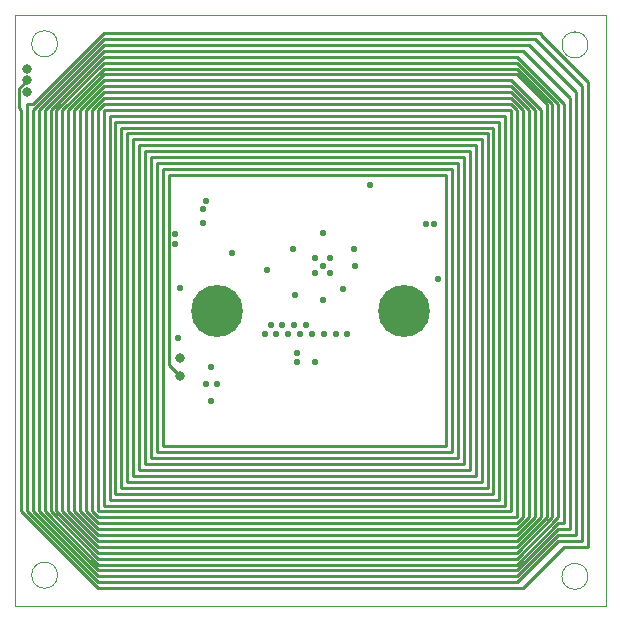
<source format=gbr>
%TF.GenerationSoftware,KiCad,Pcbnew,(5.1.4)-1*%
%TF.CreationDate,2019-10-27T14:01:39-07:00*%
%TF.ProjectId,SolarCell+Y,536f6c61-7243-4656-9c6c-2b592e6b6963,rev?*%
%TF.SameCoordinates,Original*%
%TF.FileFunction,Copper,L3,Inr*%
%TF.FilePolarity,Positive*%
%FSLAX46Y46*%
G04 Gerber Fmt 4.6, Leading zero omitted, Abs format (unit mm)*
G04 Created by KiCad (PCBNEW (5.1.4)-1) date 2019-10-27 14:01:39*
%MOMM*%
%LPD*%
G04 APERTURE LIST*
%ADD10C,0.050000*%
%ADD11C,4.400000*%
%ADD12C,0.584200*%
%ADD13C,0.800000*%
%ADD14C,0.250000*%
%ADD15C,0.248920*%
G04 APERTURE END LIST*
D10*
X198500000Y-42500000D02*
G75*
G03X198500000Y-42500000I-1100000J0D01*
G01*
X198500000Y-87500000D02*
G75*
G03X198500000Y-87500000I-1100000J0D01*
G01*
X153600000Y-87400000D02*
G75*
G03X153600000Y-87400000I-1100000J0D01*
G01*
X200000000Y-40000000D02*
X150000000Y-40000000D01*
X200000000Y-90000000D02*
X200000000Y-40000000D01*
X150000000Y-90000000D02*
X200000000Y-90000000D01*
X150000000Y-40000000D02*
X150000000Y-90000000D01*
X153600000Y-42400000D02*
G75*
G03X153600000Y-42400000I-1100000J0D01*
G01*
D11*
X182937500Y-65000000D03*
X167062500Y-65000000D03*
D12*
X185483500Y-57658000D03*
X184785000Y-57658000D03*
X166624000Y-72644000D03*
X166149480Y-55716447D03*
X176702740Y-60577244D03*
X175432740Y-60577244D03*
X176702740Y-61821844D03*
X173545500Y-59817000D03*
X175425100Y-61846460D03*
X176032160Y-61239400D03*
X178653988Y-59811807D03*
X185801000Y-62357014D03*
X163957006Y-63055500D03*
X163830000Y-67310000D03*
X173863000Y-69342000D03*
X175387000Y-69342000D03*
X171132500Y-66992500D03*
X172132500Y-66992500D03*
X173132500Y-66992500D03*
X174132500Y-66992500D03*
X175132500Y-66992500D03*
X176132500Y-66992500D03*
X177132500Y-66992500D03*
X178132500Y-66992500D03*
X173640500Y-66230500D03*
X172640500Y-66230500D03*
X174640500Y-66230500D03*
X171640500Y-66230500D03*
X173863000Y-68580000D03*
X165925500Y-57594500D03*
X163573965Y-59346218D03*
X163565500Y-58485313D03*
X176042340Y-58392844D03*
X168338500Y-60134500D03*
X177800000Y-63182500D03*
X171323000Y-61531500D03*
X166624000Y-69786500D03*
X165915302Y-56388000D03*
X176085500Y-64071500D03*
X173723328Y-63677810D03*
X178811844Y-61186844D03*
X180086000Y-54356000D03*
D13*
X151000000Y-44500000D03*
X151000000Y-45500000D03*
X164000000Y-69000000D03*
X164000000Y-70500000D03*
X151000000Y-46500000D03*
D12*
X167132000Y-71247000D03*
X166179500Y-71247000D03*
D14*
X151000000Y-45532500D02*
X151000000Y-45500000D01*
X155500000Y-82000000D02*
X155500000Y-48000000D01*
X157000000Y-83000000D02*
X156000000Y-82000000D01*
X192500000Y-83500000D02*
X157000000Y-83500000D01*
X194500000Y-48000000D02*
X194500000Y-82500000D01*
X194000000Y-48000000D02*
X194000000Y-82500000D01*
X193500000Y-42500000D02*
X197500000Y-46500000D01*
X192500000Y-87000000D02*
X157000000Y-87000000D01*
X186500000Y-76500000D02*
X162500000Y-76500000D01*
X157500000Y-45500000D02*
X192000000Y-45500000D01*
X150350010Y-46182490D02*
X151000000Y-45532500D01*
X192500000Y-83000000D02*
X157000000Y-83000000D01*
X162500000Y-53000000D02*
X187000000Y-53000000D01*
X157000000Y-86000000D02*
X153000000Y-82000000D01*
X152000000Y-48000000D02*
X157500000Y-42500000D01*
X192500000Y-85500000D02*
X157000000Y-85500000D01*
X157500000Y-47000000D02*
X192000000Y-47000000D01*
X192500000Y-84000000D02*
X157000000Y-84000000D01*
X156500000Y-48000000D02*
X157500000Y-47000000D01*
X152000000Y-82000000D02*
X152000000Y-48000000D01*
X192500000Y-45000000D02*
X195000000Y-47500000D01*
X192000000Y-47500000D02*
X192500000Y-48000000D01*
X157000000Y-86500000D02*
X152500000Y-82000000D01*
X157000000Y-87000000D02*
X152000000Y-82000000D01*
X192500000Y-44500000D02*
X195500000Y-47500000D01*
X157500000Y-45000000D02*
X192500000Y-45000000D01*
X192000000Y-82000000D02*
X157000000Y-82000000D01*
X157500000Y-42500000D02*
X193500000Y-42500000D01*
X163000000Y-53500000D02*
X186500000Y-53500000D01*
X154500000Y-48000000D02*
X157500000Y-45000000D01*
X152500000Y-48000000D02*
X157500000Y-43000000D01*
X157500000Y-81500000D02*
X157500000Y-48000000D01*
X196000000Y-83000000D02*
X192500000Y-86500000D01*
X191500000Y-81500000D02*
X157500000Y-81500000D01*
X186500000Y-53500000D02*
X186500000Y-76500000D01*
X156000000Y-48000000D02*
X157500000Y-46500000D01*
X160500000Y-78500000D02*
X160500000Y-51000000D01*
X192000000Y-46000000D02*
X194000000Y-48000000D01*
X191500000Y-48500000D02*
X191500000Y-81500000D01*
X157000000Y-83500000D02*
X155500000Y-82000000D01*
X158000000Y-48500000D02*
X191500000Y-48500000D01*
X187500000Y-52500000D02*
X187500000Y-77500000D01*
X196500000Y-47500000D02*
X196500000Y-83000000D01*
X153500000Y-48000000D02*
X157500000Y-44000000D01*
X158500000Y-49000000D02*
X191000000Y-49000000D01*
X192000000Y-45500000D02*
X194500000Y-48000000D01*
X158500000Y-80500000D02*
X158500000Y-49000000D01*
X155000000Y-48000000D02*
X157500000Y-45500000D01*
X190500000Y-80500000D02*
X158500000Y-80500000D01*
X157500000Y-43500000D02*
X192500000Y-43500000D01*
X192000000Y-47000000D02*
X193000000Y-48000000D01*
X188500000Y-78500000D02*
X160500000Y-78500000D01*
X163000000Y-60000000D02*
X163000000Y-53500000D01*
X157500000Y-46000000D02*
X192000000Y-46000000D01*
X159000000Y-80000000D02*
X159000000Y-49500000D01*
X155500000Y-48000000D02*
X157500000Y-46000000D01*
X190000000Y-80000000D02*
X159000000Y-80000000D01*
X161500000Y-77500000D02*
X161500000Y-52000000D01*
X157500000Y-43000000D02*
X193000000Y-43000000D01*
X162000000Y-52500000D02*
X187500000Y-52500000D01*
X159500000Y-50000000D02*
X190000000Y-50000000D01*
X192500000Y-43500000D02*
X196500000Y-47500000D01*
X162000000Y-77000000D02*
X162000000Y-52500000D01*
X153500000Y-82000000D02*
X153500000Y-48000000D01*
X187000000Y-77000000D02*
X162000000Y-77000000D01*
X157000000Y-84500000D02*
X154500000Y-82000000D01*
X193000000Y-48000000D02*
X193000000Y-82500000D01*
X157000000Y-87500000D02*
X151500000Y-82000000D01*
X187000000Y-53000000D02*
X187000000Y-77000000D01*
X153000000Y-48000000D02*
X157500000Y-43500000D01*
X156500000Y-82000000D02*
X156500000Y-48000000D01*
X157000000Y-85500000D02*
X153500000Y-82000000D01*
X162500000Y-76500000D02*
X162500000Y-53000000D01*
X196000000Y-82500000D02*
X192500000Y-86000000D01*
X190500000Y-49500000D02*
X190500000Y-80500000D01*
X195000000Y-82500000D02*
X192500000Y-85000000D01*
X161000000Y-51500000D02*
X188500000Y-51500000D01*
X157000000Y-82500000D02*
X156500000Y-82000000D01*
X193000000Y-43000000D02*
X197000000Y-47000000D01*
X192500000Y-48000000D02*
X192500000Y-82500000D01*
X154000000Y-48000000D02*
X157500000Y-44500000D01*
X161000000Y-78000000D02*
X161000000Y-51500000D01*
X159500000Y-79500000D02*
X159500000Y-50000000D01*
X157500000Y-44000000D02*
X192500000Y-44000000D01*
X159000000Y-49500000D02*
X190500000Y-49500000D01*
X188500000Y-51500000D02*
X188500000Y-78500000D01*
X194500000Y-82500000D02*
X192500000Y-84500000D01*
X158000000Y-81000000D02*
X158000000Y-48500000D01*
X192500000Y-84500000D02*
X157000000Y-84500000D01*
X163073002Y-66934002D02*
X163073002Y-60073002D01*
X194000000Y-82500000D02*
X192500000Y-84000000D01*
X191000000Y-49000000D02*
X191000000Y-81000000D01*
X192500000Y-86500000D02*
X157000000Y-86500000D01*
X189500000Y-79500000D02*
X159500000Y-79500000D01*
X163073002Y-60073002D02*
X163000000Y-60000000D01*
X197000000Y-83500000D02*
X196000000Y-83500000D01*
X187500000Y-77500000D02*
X161500000Y-77500000D01*
X196500000Y-83000000D02*
X196000000Y-83000000D01*
X155000000Y-82000000D02*
X155000000Y-48000000D01*
X161500000Y-52000000D02*
X188000000Y-52000000D01*
X196000000Y-83500000D02*
X192500000Y-87000000D01*
X192500000Y-86000000D02*
X157000000Y-86000000D01*
X188000000Y-52000000D02*
X188000000Y-78000000D01*
X195000000Y-47500000D02*
X195000000Y-82500000D01*
X189000000Y-51000000D02*
X189000000Y-79000000D01*
X192500000Y-85000000D02*
X157000000Y-85000000D01*
X157000000Y-85000000D02*
X154000000Y-82000000D01*
X190000000Y-50000000D02*
X190000000Y-80000000D01*
X153000000Y-82000000D02*
X153000000Y-48000000D01*
X160000000Y-50500000D02*
X189500000Y-50500000D01*
X154000000Y-82000000D02*
X154000000Y-48000000D01*
X189500000Y-50500000D02*
X189500000Y-79500000D01*
X197000000Y-47000000D02*
X197000000Y-83500000D01*
X157000000Y-84000000D02*
X155000000Y-82000000D01*
X154500000Y-82000000D02*
X154500000Y-48000000D01*
X157500000Y-44500000D02*
X192500000Y-44500000D01*
X195500000Y-47500000D02*
X195500000Y-82500000D01*
X195500000Y-82500000D02*
X192500000Y-85500000D01*
X192500000Y-44000000D02*
X196000000Y-47500000D01*
X196000000Y-47500000D02*
X196000000Y-82500000D01*
X152500000Y-82000000D02*
X152500000Y-48000000D01*
X156000000Y-82000000D02*
X156000000Y-48000000D01*
X197500000Y-46500000D02*
X197500000Y-84000000D01*
X197500000Y-84000000D02*
X196000000Y-84000000D01*
X157500000Y-48000000D02*
X192000000Y-48000000D01*
X196000000Y-84000000D02*
X192500000Y-87500000D01*
X192500000Y-87500000D02*
X157000000Y-87500000D01*
X151500000Y-82000000D02*
X151500000Y-48000000D01*
X192000000Y-46500000D02*
X193500000Y-48000000D01*
X151500000Y-48000000D02*
X157500000Y-42000000D01*
X193000000Y-82500000D02*
X192500000Y-83000000D01*
X157500000Y-42000000D02*
X194000000Y-42000000D01*
X194000000Y-42000000D02*
X198000000Y-46000000D01*
X193500000Y-48000000D02*
X193500000Y-82500000D01*
X198000000Y-46000000D02*
X198000000Y-84500000D01*
X191000000Y-81000000D02*
X158000000Y-81000000D01*
X198000000Y-84500000D02*
X196000000Y-84500000D01*
X196000000Y-84500000D02*
X192500000Y-88000000D01*
X193500000Y-82500000D02*
X192500000Y-83500000D01*
X192500000Y-88000000D02*
X157000000Y-88000000D01*
X157500000Y-46500000D02*
X192000000Y-46500000D01*
X157000000Y-88000000D02*
X151000000Y-82000000D01*
X151000000Y-82000000D02*
X151000000Y-47500000D01*
X151000000Y-47500000D02*
X151500000Y-47500000D01*
X160000000Y-79000000D02*
X160000000Y-50500000D01*
X151500000Y-47500000D02*
X157500000Y-41500000D01*
X157000000Y-48000000D02*
X157500000Y-47500000D01*
X157500000Y-41500000D02*
X194500000Y-41500000D01*
X194500000Y-41500000D02*
X194500000Y-41657149D01*
X157500000Y-47500000D02*
X192000000Y-47500000D01*
X194500000Y-41657149D02*
X198500000Y-45657149D01*
X157000000Y-82000000D02*
X157000000Y-48000000D01*
X198500000Y-45657149D02*
X198500000Y-85000000D01*
X192500000Y-82500000D02*
X157000000Y-82500000D01*
X198500000Y-85000000D02*
X196500000Y-85000000D01*
X192000000Y-48000000D02*
X192000000Y-82000000D01*
X196500000Y-85000000D02*
X193000000Y-88500000D01*
X193000000Y-88500000D02*
X157000000Y-88500000D01*
X157000000Y-88500000D02*
X150500000Y-82000000D01*
X160500000Y-51000000D02*
X189000000Y-51000000D01*
X150500000Y-82000000D02*
X150500000Y-48000000D01*
X189000000Y-79000000D02*
X160000000Y-79000000D01*
X150500000Y-48000000D02*
X150350010Y-47850010D01*
X188000000Y-78000000D02*
X161000000Y-78000000D01*
X150350010Y-47850010D02*
X150350010Y-46182490D01*
D15*
X163073002Y-69573002D02*
X164000000Y-70500000D01*
X163073002Y-66934002D02*
X163073002Y-69573002D01*
M02*

</source>
